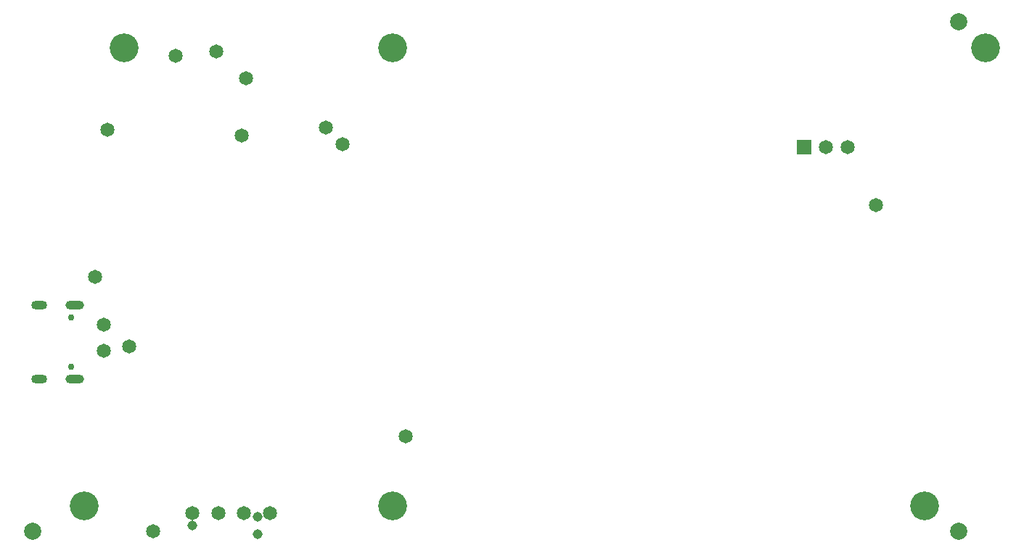
<source format=gbs>
G04*
G04 #@! TF.GenerationSoftware,Altium Limited,Altium Designer,24.6.1 (21)*
G04*
G04 Layer_Color=16711935*
%FSLAX24Y24*%
%MOIN*%
G70*
G04*
G04 #@! TF.SameCoordinates,91F66E80-D4C5-4370-B577-81E2DE0E6F9A*
G04*
G04*
G04 #@! TF.FilePolarity,Negative*
G04*
G01*
G75*
%ADD116C,0.0787*%
%ADD127C,0.0651*%
%ADD128R,0.0651X0.0651*%
%ADD129C,0.0450*%
%ADD130C,0.0296*%
%ADD131O,0.0729X0.0414*%
%ADD132O,0.0847X0.0414*%
%ADD133C,0.1320*%
D116*
X43309Y24213D02*
D03*
Y787D02*
D03*
X789Y787D02*
D03*
D127*
X4032Y9100D02*
D03*
Y10282D02*
D03*
X5222Y9280D02*
D03*
X14242Y19370D02*
D03*
X3642Y12500D02*
D03*
X17912Y5140D02*
D03*
X4210Y19260D02*
D03*
X7332Y22670D02*
D03*
X10368Y19000D02*
D03*
X10582Y21620D02*
D03*
X9202Y22850D02*
D03*
X6301Y787D02*
D03*
X10479Y1620D02*
D03*
X9298D02*
D03*
X8117D02*
D03*
X11662Y1620D02*
D03*
X39504Y15785D02*
D03*
X15002Y18590D02*
D03*
X37218Y18457D02*
D03*
X38218D02*
D03*
D128*
X36218D02*
D03*
D129*
X8113Y1067D02*
D03*
X11113Y1467D02*
D03*
Y667D02*
D03*
D130*
X2527Y8360D02*
D03*
Y10636D02*
D03*
D131*
X1071Y7795D02*
D03*
Y11201D02*
D03*
D132*
X2716D02*
D03*
Y7795D02*
D03*
D133*
X44529Y23031D02*
D03*
X41734Y1969D02*
D03*
X17325Y1969D02*
D03*
X4962Y23031D02*
D03*
X3151Y1969D02*
D03*
X17325Y23031D02*
D03*
M02*

</source>
